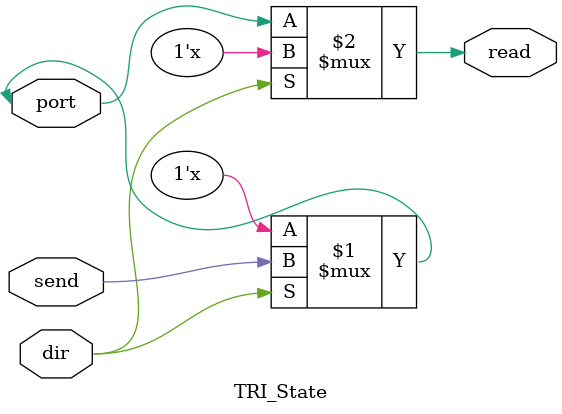
<source format=v>
module TRI_State (
	inout port,
	input dir,
	input send,
	output read
	);
	
	
	assign port = dir ? send : 1'bz;  // Se dir for 1, entra no modo de enviar dados.
	assign read = dir ? 1'bz : port;  // Se dir for 0, entra no modo de ler dados.
	
	
endmodule 
</source>
